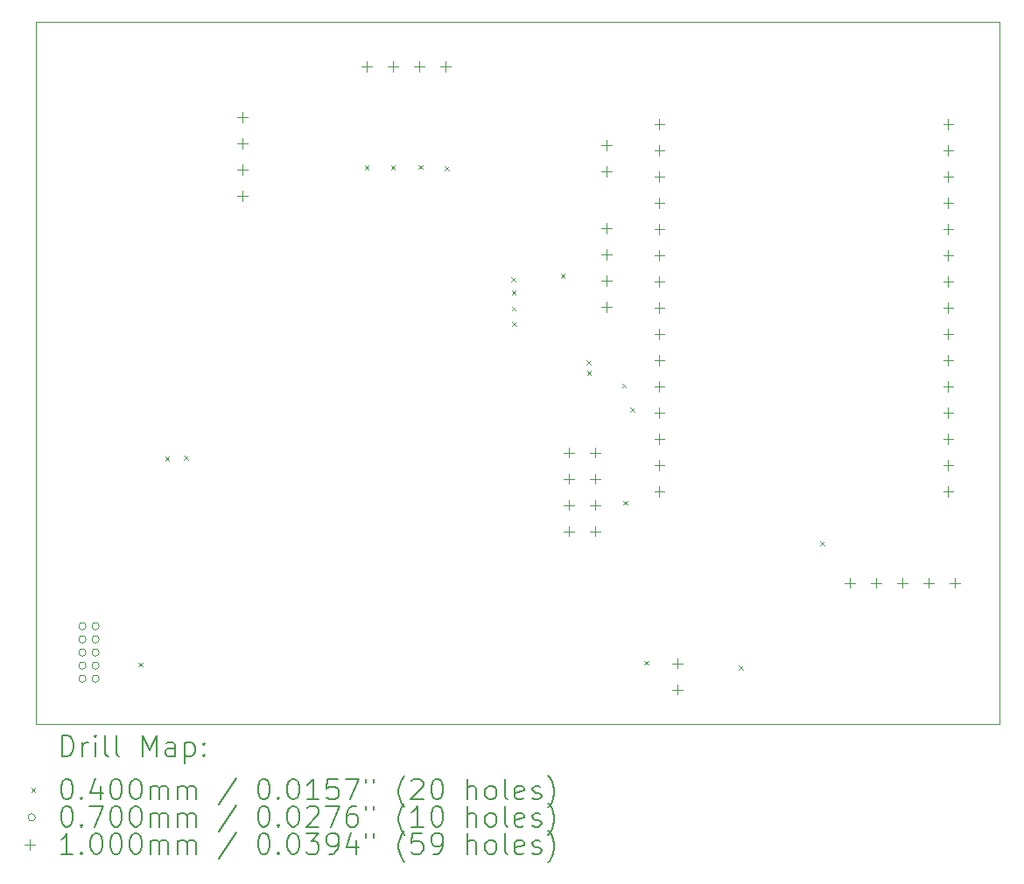
<source format=gbr>
%FSLAX45Y45*%
G04 Gerber Fmt 4.5, Leading zero omitted, Abs format (unit mm)*
G04 Created by KiCad (PCBNEW (5.99.0-10363-g902a2c9f58)) date 2021-04-20 12:18:19*
%MOMM*%
%LPD*%
G01*
G04 APERTURE LIST*
%TA.AperFunction,Profile*%
%ADD10C,0.050000*%
%TD*%
%ADD11C,0.200000*%
%ADD12C,0.040000*%
%ADD13C,0.070000*%
%ADD14C,0.100000*%
G04 APERTURE END LIST*
D10*
X25820000Y-13645000D02*
X25820000Y-6845000D01*
X25820000Y-6845000D02*
X16495000Y-6845000D01*
X16495000Y-13645000D02*
X25820000Y-13645000D01*
X16495000Y-6845000D02*
X16495000Y-13645000D01*
D11*
D12*
X17492000Y-13052000D02*
X17532000Y-13092000D01*
X17532000Y-13052000D02*
X17492000Y-13092000D01*
X17748000Y-11058000D02*
X17788000Y-11098000D01*
X17788000Y-11058000D02*
X17748000Y-11098000D01*
X17933000Y-11050000D02*
X17973000Y-11090000D01*
X17973000Y-11050000D02*
X17933000Y-11090000D01*
X19680000Y-8236000D02*
X19720000Y-8276000D01*
X19720000Y-8236000D02*
X19680000Y-8276000D01*
X19934000Y-8235000D02*
X19974000Y-8275000D01*
X19974000Y-8235000D02*
X19934000Y-8275000D01*
X20197000Y-8234000D02*
X20237000Y-8274000D01*
X20237000Y-8234000D02*
X20197000Y-8274000D01*
X20451000Y-8245000D02*
X20491000Y-8285000D01*
X20491000Y-8245000D02*
X20451000Y-8285000D01*
X21094757Y-9320131D02*
X21134757Y-9360131D01*
X21134757Y-9320131D02*
X21094757Y-9360131D01*
X21102000Y-9451000D02*
X21142000Y-9491000D01*
X21142000Y-9451000D02*
X21102000Y-9491000D01*
X21102000Y-9605000D02*
X21142000Y-9645000D01*
X21142000Y-9605000D02*
X21102000Y-9645000D01*
X21105000Y-9752000D02*
X21145000Y-9792000D01*
X21145000Y-9752000D02*
X21105000Y-9792000D01*
X21575000Y-9290000D02*
X21615000Y-9330000D01*
X21615000Y-9290000D02*
X21575000Y-9330000D01*
X21823164Y-10124836D02*
X21863164Y-10164836D01*
X21863164Y-10124836D02*
X21823164Y-10164836D01*
X21829000Y-10230000D02*
X21869000Y-10270000D01*
X21869000Y-10230000D02*
X21829000Y-10270000D01*
X22167550Y-10350000D02*
X22207550Y-10390000D01*
X22207550Y-10350000D02*
X22167550Y-10390000D01*
X22180000Y-11485000D02*
X22220000Y-11525000D01*
X22220000Y-11485000D02*
X22180000Y-11525000D01*
X22250000Y-10580000D02*
X22290000Y-10620000D01*
X22290000Y-10580000D02*
X22250000Y-10620000D01*
X22385000Y-13035000D02*
X22425000Y-13075000D01*
X22425000Y-13035000D02*
X22385000Y-13075000D01*
X23301000Y-13078000D02*
X23341000Y-13118000D01*
X23341000Y-13078000D02*
X23301000Y-13118000D01*
X24085000Y-11879000D02*
X24125000Y-11919000D01*
X24125000Y-11879000D02*
X24085000Y-11919000D01*
D13*
X16983000Y-12700000D02*
G75*
G03*
X16983000Y-12700000I-35000J0D01*
G01*
X16983000Y-12827000D02*
G75*
G03*
X16983000Y-12827000I-35000J0D01*
G01*
X16983000Y-12954000D02*
G75*
G03*
X16983000Y-12954000I-35000J0D01*
G01*
X16983000Y-13081000D02*
G75*
G03*
X16983000Y-13081000I-35000J0D01*
G01*
X16983000Y-13208000D02*
G75*
G03*
X16983000Y-13208000I-35000J0D01*
G01*
X17110000Y-12700000D02*
G75*
G03*
X17110000Y-12700000I-35000J0D01*
G01*
X17110000Y-12827000D02*
G75*
G03*
X17110000Y-12827000I-35000J0D01*
G01*
X17110000Y-12954000D02*
G75*
G03*
X17110000Y-12954000I-35000J0D01*
G01*
X17110000Y-13081000D02*
G75*
G03*
X17110000Y-13081000I-35000J0D01*
G01*
X17110000Y-13208000D02*
G75*
G03*
X17110000Y-13208000I-35000J0D01*
G01*
D14*
X18500000Y-7720000D02*
X18500000Y-7820000D01*
X18450000Y-7770000D02*
X18550000Y-7770000D01*
X18500000Y-7974000D02*
X18500000Y-8074000D01*
X18450000Y-8024000D02*
X18550000Y-8024000D01*
X18500000Y-8228000D02*
X18500000Y-8328000D01*
X18450000Y-8278000D02*
X18550000Y-8278000D01*
X18500000Y-8482000D02*
X18500000Y-8582000D01*
X18450000Y-8532000D02*
X18550000Y-8532000D01*
X19700000Y-7231000D02*
X19700000Y-7331000D01*
X19650000Y-7281000D02*
X19750000Y-7281000D01*
X19954000Y-7231000D02*
X19954000Y-7331000D01*
X19904000Y-7281000D02*
X20004000Y-7281000D01*
X20208000Y-7231000D02*
X20208000Y-7331000D01*
X20158000Y-7281000D02*
X20258000Y-7281000D01*
X20462000Y-7231000D02*
X20462000Y-7331000D01*
X20412000Y-7281000D02*
X20512000Y-7281000D01*
X21656000Y-10968000D02*
X21656000Y-11068000D01*
X21606000Y-11018000D02*
X21706000Y-11018000D01*
X21656000Y-11222000D02*
X21656000Y-11322000D01*
X21606000Y-11272000D02*
X21706000Y-11272000D01*
X21656000Y-11476000D02*
X21656000Y-11576000D01*
X21606000Y-11526000D02*
X21706000Y-11526000D01*
X21656000Y-11730000D02*
X21656000Y-11830000D01*
X21606000Y-11780000D02*
X21706000Y-11780000D01*
X21910000Y-10968000D02*
X21910000Y-11068000D01*
X21860000Y-11018000D02*
X21960000Y-11018000D01*
X21910000Y-11222000D02*
X21910000Y-11322000D01*
X21860000Y-11272000D02*
X21960000Y-11272000D01*
X21910000Y-11476000D02*
X21910000Y-11576000D01*
X21860000Y-11526000D02*
X21960000Y-11526000D01*
X21910000Y-11730000D02*
X21910000Y-11830000D01*
X21860000Y-11780000D02*
X21960000Y-11780000D01*
X22020000Y-7990000D02*
X22020000Y-8090000D01*
X21970000Y-8040000D02*
X22070000Y-8040000D01*
X22020000Y-8244000D02*
X22020000Y-8344000D01*
X21970000Y-8294000D02*
X22070000Y-8294000D01*
X22020000Y-8795000D02*
X22020000Y-8895000D01*
X21970000Y-8845000D02*
X22070000Y-8845000D01*
X22020000Y-9049000D02*
X22020000Y-9149000D01*
X21970000Y-9099000D02*
X22070000Y-9099000D01*
X22020000Y-9303000D02*
X22020000Y-9403000D01*
X21970000Y-9353000D02*
X22070000Y-9353000D01*
X22020000Y-9557000D02*
X22020000Y-9657000D01*
X21970000Y-9607000D02*
X22070000Y-9607000D01*
X22531000Y-7786000D02*
X22531000Y-7886000D01*
X22481000Y-7836000D02*
X22581000Y-7836000D01*
X22531000Y-8040000D02*
X22531000Y-8140000D01*
X22481000Y-8090000D02*
X22581000Y-8090000D01*
X22531000Y-8294000D02*
X22531000Y-8394000D01*
X22481000Y-8344000D02*
X22581000Y-8344000D01*
X22531000Y-8548000D02*
X22531000Y-8648000D01*
X22481000Y-8598000D02*
X22581000Y-8598000D01*
X22531000Y-8802000D02*
X22531000Y-8902000D01*
X22481000Y-8852000D02*
X22581000Y-8852000D01*
X22531000Y-9056000D02*
X22531000Y-9156000D01*
X22481000Y-9106000D02*
X22581000Y-9106000D01*
X22531000Y-9310000D02*
X22531000Y-9410000D01*
X22481000Y-9360000D02*
X22581000Y-9360000D01*
X22531000Y-9564000D02*
X22531000Y-9664000D01*
X22481000Y-9614000D02*
X22581000Y-9614000D01*
X22531000Y-9818000D02*
X22531000Y-9918000D01*
X22481000Y-9868000D02*
X22581000Y-9868000D01*
X22531000Y-10072000D02*
X22531000Y-10172000D01*
X22481000Y-10122000D02*
X22581000Y-10122000D01*
X22531000Y-10326000D02*
X22531000Y-10426000D01*
X22481000Y-10376000D02*
X22581000Y-10376000D01*
X22531000Y-10580000D02*
X22531000Y-10680000D01*
X22481000Y-10630000D02*
X22581000Y-10630000D01*
X22531000Y-10834000D02*
X22531000Y-10934000D01*
X22481000Y-10884000D02*
X22581000Y-10884000D01*
X22531000Y-11088000D02*
X22531000Y-11188000D01*
X22481000Y-11138000D02*
X22581000Y-11138000D01*
X22531000Y-11342000D02*
X22531000Y-11442000D01*
X22481000Y-11392000D02*
X22581000Y-11392000D01*
X22705000Y-13008500D02*
X22705000Y-13108500D01*
X22655000Y-13058500D02*
X22755000Y-13058500D01*
X22705000Y-13262500D02*
X22705000Y-13362500D01*
X22655000Y-13312500D02*
X22755000Y-13312500D01*
X24372500Y-12230000D02*
X24372500Y-12330000D01*
X24322500Y-12280000D02*
X24422500Y-12280000D01*
X24626500Y-12230000D02*
X24626500Y-12330000D01*
X24576500Y-12280000D02*
X24676500Y-12280000D01*
X24880500Y-12230000D02*
X24880500Y-12330000D01*
X24830500Y-12280000D02*
X24930500Y-12280000D01*
X25134500Y-12230000D02*
X25134500Y-12330000D01*
X25084500Y-12280000D02*
X25184500Y-12280000D01*
X25325000Y-7786000D02*
X25325000Y-7886000D01*
X25275000Y-7836000D02*
X25375000Y-7836000D01*
X25325000Y-8040000D02*
X25325000Y-8140000D01*
X25275000Y-8090000D02*
X25375000Y-8090000D01*
X25325000Y-8294000D02*
X25325000Y-8394000D01*
X25275000Y-8344000D02*
X25375000Y-8344000D01*
X25325000Y-8548000D02*
X25325000Y-8648000D01*
X25275000Y-8598000D02*
X25375000Y-8598000D01*
X25325000Y-8802000D02*
X25325000Y-8902000D01*
X25275000Y-8852000D02*
X25375000Y-8852000D01*
X25325000Y-9056000D02*
X25325000Y-9156000D01*
X25275000Y-9106000D02*
X25375000Y-9106000D01*
X25325000Y-9310000D02*
X25325000Y-9410000D01*
X25275000Y-9360000D02*
X25375000Y-9360000D01*
X25325000Y-9564000D02*
X25325000Y-9664000D01*
X25275000Y-9614000D02*
X25375000Y-9614000D01*
X25325000Y-9818000D02*
X25325000Y-9918000D01*
X25275000Y-9868000D02*
X25375000Y-9868000D01*
X25325000Y-10072000D02*
X25325000Y-10172000D01*
X25275000Y-10122000D02*
X25375000Y-10122000D01*
X25325000Y-10326000D02*
X25325000Y-10426000D01*
X25275000Y-10376000D02*
X25375000Y-10376000D01*
X25325000Y-10580000D02*
X25325000Y-10680000D01*
X25275000Y-10630000D02*
X25375000Y-10630000D01*
X25325000Y-10834000D02*
X25325000Y-10934000D01*
X25275000Y-10884000D02*
X25375000Y-10884000D01*
X25325000Y-11088000D02*
X25325000Y-11188000D01*
X25275000Y-11138000D02*
X25375000Y-11138000D01*
X25325000Y-11342000D02*
X25325000Y-11442000D01*
X25275000Y-11392000D02*
X25375000Y-11392000D01*
X25388500Y-12230000D02*
X25388500Y-12330000D01*
X25338500Y-12280000D02*
X25438500Y-12280000D01*
D11*
X16750119Y-13957976D02*
X16750119Y-13757976D01*
X16797738Y-13757976D01*
X16826310Y-13767500D01*
X16845357Y-13786548D01*
X16854881Y-13805595D01*
X16864405Y-13843690D01*
X16864405Y-13872262D01*
X16854881Y-13910357D01*
X16845357Y-13929405D01*
X16826310Y-13948452D01*
X16797738Y-13957976D01*
X16750119Y-13957976D01*
X16950119Y-13957976D02*
X16950119Y-13824643D01*
X16950119Y-13862738D02*
X16959643Y-13843690D01*
X16969167Y-13834167D01*
X16988214Y-13824643D01*
X17007262Y-13824643D01*
X17073929Y-13957976D02*
X17073929Y-13824643D01*
X17073929Y-13757976D02*
X17064405Y-13767500D01*
X17073929Y-13777024D01*
X17083452Y-13767500D01*
X17073929Y-13757976D01*
X17073929Y-13777024D01*
X17197738Y-13957976D02*
X17178690Y-13948452D01*
X17169167Y-13929405D01*
X17169167Y-13757976D01*
X17302500Y-13957976D02*
X17283452Y-13948452D01*
X17273929Y-13929405D01*
X17273929Y-13757976D01*
X17531071Y-13957976D02*
X17531071Y-13757976D01*
X17597738Y-13900833D01*
X17664405Y-13757976D01*
X17664405Y-13957976D01*
X17845357Y-13957976D02*
X17845357Y-13853214D01*
X17835833Y-13834167D01*
X17816786Y-13824643D01*
X17778690Y-13824643D01*
X17759643Y-13834167D01*
X17845357Y-13948452D02*
X17826310Y-13957976D01*
X17778690Y-13957976D01*
X17759643Y-13948452D01*
X17750119Y-13929405D01*
X17750119Y-13910357D01*
X17759643Y-13891309D01*
X17778690Y-13881786D01*
X17826310Y-13881786D01*
X17845357Y-13872262D01*
X17940595Y-13824643D02*
X17940595Y-14024643D01*
X17940595Y-13834167D02*
X17959643Y-13824643D01*
X17997738Y-13824643D01*
X18016786Y-13834167D01*
X18026310Y-13843690D01*
X18035833Y-13862738D01*
X18035833Y-13919881D01*
X18026310Y-13938928D01*
X18016786Y-13948452D01*
X17997738Y-13957976D01*
X17959643Y-13957976D01*
X17940595Y-13948452D01*
X18121548Y-13938928D02*
X18131071Y-13948452D01*
X18121548Y-13957976D01*
X18112024Y-13948452D01*
X18121548Y-13938928D01*
X18121548Y-13957976D01*
X18121548Y-13834167D02*
X18131071Y-13843690D01*
X18121548Y-13853214D01*
X18112024Y-13843690D01*
X18121548Y-13834167D01*
X18121548Y-13853214D01*
D12*
X16452500Y-14267500D02*
X16492500Y-14307500D01*
X16492500Y-14267500D02*
X16452500Y-14307500D01*
D11*
X16788214Y-14177976D02*
X16807262Y-14177976D01*
X16826310Y-14187500D01*
X16835833Y-14197024D01*
X16845357Y-14216071D01*
X16854881Y-14254167D01*
X16854881Y-14301786D01*
X16845357Y-14339881D01*
X16835833Y-14358928D01*
X16826310Y-14368452D01*
X16807262Y-14377976D01*
X16788214Y-14377976D01*
X16769167Y-14368452D01*
X16759643Y-14358928D01*
X16750119Y-14339881D01*
X16740595Y-14301786D01*
X16740595Y-14254167D01*
X16750119Y-14216071D01*
X16759643Y-14197024D01*
X16769167Y-14187500D01*
X16788214Y-14177976D01*
X16940595Y-14358928D02*
X16950119Y-14368452D01*
X16940595Y-14377976D01*
X16931071Y-14368452D01*
X16940595Y-14358928D01*
X16940595Y-14377976D01*
X17121548Y-14244643D02*
X17121548Y-14377976D01*
X17073929Y-14168452D02*
X17026310Y-14311309D01*
X17150119Y-14311309D01*
X17264405Y-14177976D02*
X17283452Y-14177976D01*
X17302500Y-14187500D01*
X17312024Y-14197024D01*
X17321548Y-14216071D01*
X17331071Y-14254167D01*
X17331071Y-14301786D01*
X17321548Y-14339881D01*
X17312024Y-14358928D01*
X17302500Y-14368452D01*
X17283452Y-14377976D01*
X17264405Y-14377976D01*
X17245357Y-14368452D01*
X17235833Y-14358928D01*
X17226310Y-14339881D01*
X17216786Y-14301786D01*
X17216786Y-14254167D01*
X17226310Y-14216071D01*
X17235833Y-14197024D01*
X17245357Y-14187500D01*
X17264405Y-14177976D01*
X17454881Y-14177976D02*
X17473929Y-14177976D01*
X17492976Y-14187500D01*
X17502500Y-14197024D01*
X17512024Y-14216071D01*
X17521548Y-14254167D01*
X17521548Y-14301786D01*
X17512024Y-14339881D01*
X17502500Y-14358928D01*
X17492976Y-14368452D01*
X17473929Y-14377976D01*
X17454881Y-14377976D01*
X17435833Y-14368452D01*
X17426310Y-14358928D01*
X17416786Y-14339881D01*
X17407262Y-14301786D01*
X17407262Y-14254167D01*
X17416786Y-14216071D01*
X17426310Y-14197024D01*
X17435833Y-14187500D01*
X17454881Y-14177976D01*
X17607262Y-14377976D02*
X17607262Y-14244643D01*
X17607262Y-14263690D02*
X17616786Y-14254167D01*
X17635833Y-14244643D01*
X17664405Y-14244643D01*
X17683452Y-14254167D01*
X17692976Y-14273214D01*
X17692976Y-14377976D01*
X17692976Y-14273214D02*
X17702500Y-14254167D01*
X17721548Y-14244643D01*
X17750119Y-14244643D01*
X17769167Y-14254167D01*
X17778690Y-14273214D01*
X17778690Y-14377976D01*
X17873929Y-14377976D02*
X17873929Y-14244643D01*
X17873929Y-14263690D02*
X17883452Y-14254167D01*
X17902500Y-14244643D01*
X17931071Y-14244643D01*
X17950119Y-14254167D01*
X17959643Y-14273214D01*
X17959643Y-14377976D01*
X17959643Y-14273214D02*
X17969167Y-14254167D01*
X17988214Y-14244643D01*
X18016786Y-14244643D01*
X18035833Y-14254167D01*
X18045357Y-14273214D01*
X18045357Y-14377976D01*
X18435833Y-14168452D02*
X18264405Y-14425595D01*
X18692976Y-14177976D02*
X18712024Y-14177976D01*
X18731071Y-14187500D01*
X18740595Y-14197024D01*
X18750119Y-14216071D01*
X18759643Y-14254167D01*
X18759643Y-14301786D01*
X18750119Y-14339881D01*
X18740595Y-14358928D01*
X18731071Y-14368452D01*
X18712024Y-14377976D01*
X18692976Y-14377976D01*
X18673929Y-14368452D01*
X18664405Y-14358928D01*
X18654881Y-14339881D01*
X18645357Y-14301786D01*
X18645357Y-14254167D01*
X18654881Y-14216071D01*
X18664405Y-14197024D01*
X18673929Y-14187500D01*
X18692976Y-14177976D01*
X18845357Y-14358928D02*
X18854881Y-14368452D01*
X18845357Y-14377976D01*
X18835833Y-14368452D01*
X18845357Y-14358928D01*
X18845357Y-14377976D01*
X18978690Y-14177976D02*
X18997738Y-14177976D01*
X19016786Y-14187500D01*
X19026310Y-14197024D01*
X19035833Y-14216071D01*
X19045357Y-14254167D01*
X19045357Y-14301786D01*
X19035833Y-14339881D01*
X19026310Y-14358928D01*
X19016786Y-14368452D01*
X18997738Y-14377976D01*
X18978690Y-14377976D01*
X18959643Y-14368452D01*
X18950119Y-14358928D01*
X18940595Y-14339881D01*
X18931071Y-14301786D01*
X18931071Y-14254167D01*
X18940595Y-14216071D01*
X18950119Y-14197024D01*
X18959643Y-14187500D01*
X18978690Y-14177976D01*
X19235833Y-14377976D02*
X19121548Y-14377976D01*
X19178690Y-14377976D02*
X19178690Y-14177976D01*
X19159643Y-14206548D01*
X19140595Y-14225595D01*
X19121548Y-14235119D01*
X19416786Y-14177976D02*
X19321548Y-14177976D01*
X19312024Y-14273214D01*
X19321548Y-14263690D01*
X19340595Y-14254167D01*
X19388214Y-14254167D01*
X19407262Y-14263690D01*
X19416786Y-14273214D01*
X19426310Y-14292262D01*
X19426310Y-14339881D01*
X19416786Y-14358928D01*
X19407262Y-14368452D01*
X19388214Y-14377976D01*
X19340595Y-14377976D01*
X19321548Y-14368452D01*
X19312024Y-14358928D01*
X19492976Y-14177976D02*
X19626310Y-14177976D01*
X19540595Y-14377976D01*
X19692976Y-14177976D02*
X19692976Y-14216071D01*
X19769167Y-14177976D02*
X19769167Y-14216071D01*
X20064405Y-14454167D02*
X20054881Y-14444643D01*
X20035833Y-14416071D01*
X20026310Y-14397024D01*
X20016786Y-14368452D01*
X20007262Y-14320833D01*
X20007262Y-14282738D01*
X20016786Y-14235119D01*
X20026310Y-14206548D01*
X20035833Y-14187500D01*
X20054881Y-14158928D01*
X20064405Y-14149405D01*
X20131071Y-14197024D02*
X20140595Y-14187500D01*
X20159643Y-14177976D01*
X20207262Y-14177976D01*
X20226310Y-14187500D01*
X20235833Y-14197024D01*
X20245357Y-14216071D01*
X20245357Y-14235119D01*
X20235833Y-14263690D01*
X20121548Y-14377976D01*
X20245357Y-14377976D01*
X20369167Y-14177976D02*
X20388214Y-14177976D01*
X20407262Y-14187500D01*
X20416786Y-14197024D01*
X20426310Y-14216071D01*
X20435833Y-14254167D01*
X20435833Y-14301786D01*
X20426310Y-14339881D01*
X20416786Y-14358928D01*
X20407262Y-14368452D01*
X20388214Y-14377976D01*
X20369167Y-14377976D01*
X20350119Y-14368452D01*
X20340595Y-14358928D01*
X20331071Y-14339881D01*
X20321548Y-14301786D01*
X20321548Y-14254167D01*
X20331071Y-14216071D01*
X20340595Y-14197024D01*
X20350119Y-14187500D01*
X20369167Y-14177976D01*
X20673929Y-14377976D02*
X20673929Y-14177976D01*
X20759643Y-14377976D02*
X20759643Y-14273214D01*
X20750119Y-14254167D01*
X20731071Y-14244643D01*
X20702500Y-14244643D01*
X20683452Y-14254167D01*
X20673929Y-14263690D01*
X20883452Y-14377976D02*
X20864405Y-14368452D01*
X20854881Y-14358928D01*
X20845357Y-14339881D01*
X20845357Y-14282738D01*
X20854881Y-14263690D01*
X20864405Y-14254167D01*
X20883452Y-14244643D01*
X20912024Y-14244643D01*
X20931071Y-14254167D01*
X20940595Y-14263690D01*
X20950119Y-14282738D01*
X20950119Y-14339881D01*
X20940595Y-14358928D01*
X20931071Y-14368452D01*
X20912024Y-14377976D01*
X20883452Y-14377976D01*
X21064405Y-14377976D02*
X21045357Y-14368452D01*
X21035833Y-14349405D01*
X21035833Y-14177976D01*
X21216786Y-14368452D02*
X21197738Y-14377976D01*
X21159643Y-14377976D01*
X21140595Y-14368452D01*
X21131071Y-14349405D01*
X21131071Y-14273214D01*
X21140595Y-14254167D01*
X21159643Y-14244643D01*
X21197738Y-14244643D01*
X21216786Y-14254167D01*
X21226310Y-14273214D01*
X21226310Y-14292262D01*
X21131071Y-14311309D01*
X21302500Y-14368452D02*
X21321548Y-14377976D01*
X21359643Y-14377976D01*
X21378690Y-14368452D01*
X21388214Y-14349405D01*
X21388214Y-14339881D01*
X21378690Y-14320833D01*
X21359643Y-14311309D01*
X21331071Y-14311309D01*
X21312024Y-14301786D01*
X21302500Y-14282738D01*
X21302500Y-14273214D01*
X21312024Y-14254167D01*
X21331071Y-14244643D01*
X21359643Y-14244643D01*
X21378690Y-14254167D01*
X21454881Y-14454167D02*
X21464405Y-14444643D01*
X21483452Y-14416071D01*
X21492976Y-14397024D01*
X21502500Y-14368452D01*
X21512024Y-14320833D01*
X21512024Y-14282738D01*
X21502500Y-14235119D01*
X21492976Y-14206548D01*
X21483452Y-14187500D01*
X21464405Y-14158928D01*
X21454881Y-14149405D01*
D13*
X16492500Y-14551500D02*
G75*
G03*
X16492500Y-14551500I-35000J0D01*
G01*
D11*
X16788214Y-14441976D02*
X16807262Y-14441976D01*
X16826310Y-14451500D01*
X16835833Y-14461024D01*
X16845357Y-14480071D01*
X16854881Y-14518167D01*
X16854881Y-14565786D01*
X16845357Y-14603881D01*
X16835833Y-14622928D01*
X16826310Y-14632452D01*
X16807262Y-14641976D01*
X16788214Y-14641976D01*
X16769167Y-14632452D01*
X16759643Y-14622928D01*
X16750119Y-14603881D01*
X16740595Y-14565786D01*
X16740595Y-14518167D01*
X16750119Y-14480071D01*
X16759643Y-14461024D01*
X16769167Y-14451500D01*
X16788214Y-14441976D01*
X16940595Y-14622928D02*
X16950119Y-14632452D01*
X16940595Y-14641976D01*
X16931071Y-14632452D01*
X16940595Y-14622928D01*
X16940595Y-14641976D01*
X17016786Y-14441976D02*
X17150119Y-14441976D01*
X17064405Y-14641976D01*
X17264405Y-14441976D02*
X17283452Y-14441976D01*
X17302500Y-14451500D01*
X17312024Y-14461024D01*
X17321548Y-14480071D01*
X17331071Y-14518167D01*
X17331071Y-14565786D01*
X17321548Y-14603881D01*
X17312024Y-14622928D01*
X17302500Y-14632452D01*
X17283452Y-14641976D01*
X17264405Y-14641976D01*
X17245357Y-14632452D01*
X17235833Y-14622928D01*
X17226310Y-14603881D01*
X17216786Y-14565786D01*
X17216786Y-14518167D01*
X17226310Y-14480071D01*
X17235833Y-14461024D01*
X17245357Y-14451500D01*
X17264405Y-14441976D01*
X17454881Y-14441976D02*
X17473929Y-14441976D01*
X17492976Y-14451500D01*
X17502500Y-14461024D01*
X17512024Y-14480071D01*
X17521548Y-14518167D01*
X17521548Y-14565786D01*
X17512024Y-14603881D01*
X17502500Y-14622928D01*
X17492976Y-14632452D01*
X17473929Y-14641976D01*
X17454881Y-14641976D01*
X17435833Y-14632452D01*
X17426310Y-14622928D01*
X17416786Y-14603881D01*
X17407262Y-14565786D01*
X17407262Y-14518167D01*
X17416786Y-14480071D01*
X17426310Y-14461024D01*
X17435833Y-14451500D01*
X17454881Y-14441976D01*
X17607262Y-14641976D02*
X17607262Y-14508643D01*
X17607262Y-14527690D02*
X17616786Y-14518167D01*
X17635833Y-14508643D01*
X17664405Y-14508643D01*
X17683452Y-14518167D01*
X17692976Y-14537214D01*
X17692976Y-14641976D01*
X17692976Y-14537214D02*
X17702500Y-14518167D01*
X17721548Y-14508643D01*
X17750119Y-14508643D01*
X17769167Y-14518167D01*
X17778690Y-14537214D01*
X17778690Y-14641976D01*
X17873929Y-14641976D02*
X17873929Y-14508643D01*
X17873929Y-14527690D02*
X17883452Y-14518167D01*
X17902500Y-14508643D01*
X17931071Y-14508643D01*
X17950119Y-14518167D01*
X17959643Y-14537214D01*
X17959643Y-14641976D01*
X17959643Y-14537214D02*
X17969167Y-14518167D01*
X17988214Y-14508643D01*
X18016786Y-14508643D01*
X18035833Y-14518167D01*
X18045357Y-14537214D01*
X18045357Y-14641976D01*
X18435833Y-14432452D02*
X18264405Y-14689595D01*
X18692976Y-14441976D02*
X18712024Y-14441976D01*
X18731071Y-14451500D01*
X18740595Y-14461024D01*
X18750119Y-14480071D01*
X18759643Y-14518167D01*
X18759643Y-14565786D01*
X18750119Y-14603881D01*
X18740595Y-14622928D01*
X18731071Y-14632452D01*
X18712024Y-14641976D01*
X18692976Y-14641976D01*
X18673929Y-14632452D01*
X18664405Y-14622928D01*
X18654881Y-14603881D01*
X18645357Y-14565786D01*
X18645357Y-14518167D01*
X18654881Y-14480071D01*
X18664405Y-14461024D01*
X18673929Y-14451500D01*
X18692976Y-14441976D01*
X18845357Y-14622928D02*
X18854881Y-14632452D01*
X18845357Y-14641976D01*
X18835833Y-14632452D01*
X18845357Y-14622928D01*
X18845357Y-14641976D01*
X18978690Y-14441976D02*
X18997738Y-14441976D01*
X19016786Y-14451500D01*
X19026310Y-14461024D01*
X19035833Y-14480071D01*
X19045357Y-14518167D01*
X19045357Y-14565786D01*
X19035833Y-14603881D01*
X19026310Y-14622928D01*
X19016786Y-14632452D01*
X18997738Y-14641976D01*
X18978690Y-14641976D01*
X18959643Y-14632452D01*
X18950119Y-14622928D01*
X18940595Y-14603881D01*
X18931071Y-14565786D01*
X18931071Y-14518167D01*
X18940595Y-14480071D01*
X18950119Y-14461024D01*
X18959643Y-14451500D01*
X18978690Y-14441976D01*
X19121548Y-14461024D02*
X19131071Y-14451500D01*
X19150119Y-14441976D01*
X19197738Y-14441976D01*
X19216786Y-14451500D01*
X19226310Y-14461024D01*
X19235833Y-14480071D01*
X19235833Y-14499119D01*
X19226310Y-14527690D01*
X19112024Y-14641976D01*
X19235833Y-14641976D01*
X19302500Y-14441976D02*
X19435833Y-14441976D01*
X19350119Y-14641976D01*
X19597738Y-14441976D02*
X19559643Y-14441976D01*
X19540595Y-14451500D01*
X19531071Y-14461024D01*
X19512024Y-14489595D01*
X19502500Y-14527690D01*
X19502500Y-14603881D01*
X19512024Y-14622928D01*
X19521548Y-14632452D01*
X19540595Y-14641976D01*
X19578690Y-14641976D01*
X19597738Y-14632452D01*
X19607262Y-14622928D01*
X19616786Y-14603881D01*
X19616786Y-14556262D01*
X19607262Y-14537214D01*
X19597738Y-14527690D01*
X19578690Y-14518167D01*
X19540595Y-14518167D01*
X19521548Y-14527690D01*
X19512024Y-14537214D01*
X19502500Y-14556262D01*
X19692976Y-14441976D02*
X19692976Y-14480071D01*
X19769167Y-14441976D02*
X19769167Y-14480071D01*
X20064405Y-14718167D02*
X20054881Y-14708643D01*
X20035833Y-14680071D01*
X20026310Y-14661024D01*
X20016786Y-14632452D01*
X20007262Y-14584833D01*
X20007262Y-14546738D01*
X20016786Y-14499119D01*
X20026310Y-14470548D01*
X20035833Y-14451500D01*
X20054881Y-14422928D01*
X20064405Y-14413405D01*
X20245357Y-14641976D02*
X20131071Y-14641976D01*
X20188214Y-14641976D02*
X20188214Y-14441976D01*
X20169167Y-14470548D01*
X20150119Y-14489595D01*
X20131071Y-14499119D01*
X20369167Y-14441976D02*
X20388214Y-14441976D01*
X20407262Y-14451500D01*
X20416786Y-14461024D01*
X20426310Y-14480071D01*
X20435833Y-14518167D01*
X20435833Y-14565786D01*
X20426310Y-14603881D01*
X20416786Y-14622928D01*
X20407262Y-14632452D01*
X20388214Y-14641976D01*
X20369167Y-14641976D01*
X20350119Y-14632452D01*
X20340595Y-14622928D01*
X20331071Y-14603881D01*
X20321548Y-14565786D01*
X20321548Y-14518167D01*
X20331071Y-14480071D01*
X20340595Y-14461024D01*
X20350119Y-14451500D01*
X20369167Y-14441976D01*
X20673929Y-14641976D02*
X20673929Y-14441976D01*
X20759643Y-14641976D02*
X20759643Y-14537214D01*
X20750119Y-14518167D01*
X20731071Y-14508643D01*
X20702500Y-14508643D01*
X20683452Y-14518167D01*
X20673929Y-14527690D01*
X20883452Y-14641976D02*
X20864405Y-14632452D01*
X20854881Y-14622928D01*
X20845357Y-14603881D01*
X20845357Y-14546738D01*
X20854881Y-14527690D01*
X20864405Y-14518167D01*
X20883452Y-14508643D01*
X20912024Y-14508643D01*
X20931071Y-14518167D01*
X20940595Y-14527690D01*
X20950119Y-14546738D01*
X20950119Y-14603881D01*
X20940595Y-14622928D01*
X20931071Y-14632452D01*
X20912024Y-14641976D01*
X20883452Y-14641976D01*
X21064405Y-14641976D02*
X21045357Y-14632452D01*
X21035833Y-14613405D01*
X21035833Y-14441976D01*
X21216786Y-14632452D02*
X21197738Y-14641976D01*
X21159643Y-14641976D01*
X21140595Y-14632452D01*
X21131071Y-14613405D01*
X21131071Y-14537214D01*
X21140595Y-14518167D01*
X21159643Y-14508643D01*
X21197738Y-14508643D01*
X21216786Y-14518167D01*
X21226310Y-14537214D01*
X21226310Y-14556262D01*
X21131071Y-14575309D01*
X21302500Y-14632452D02*
X21321548Y-14641976D01*
X21359643Y-14641976D01*
X21378690Y-14632452D01*
X21388214Y-14613405D01*
X21388214Y-14603881D01*
X21378690Y-14584833D01*
X21359643Y-14575309D01*
X21331071Y-14575309D01*
X21312024Y-14565786D01*
X21302500Y-14546738D01*
X21302500Y-14537214D01*
X21312024Y-14518167D01*
X21331071Y-14508643D01*
X21359643Y-14508643D01*
X21378690Y-14518167D01*
X21454881Y-14718167D02*
X21464405Y-14708643D01*
X21483452Y-14680071D01*
X21492976Y-14661024D01*
X21502500Y-14632452D01*
X21512024Y-14584833D01*
X21512024Y-14546738D01*
X21502500Y-14499119D01*
X21492976Y-14470548D01*
X21483452Y-14451500D01*
X21464405Y-14422928D01*
X21454881Y-14413405D01*
D14*
X16442500Y-14765500D02*
X16442500Y-14865500D01*
X16392500Y-14815500D02*
X16492500Y-14815500D01*
D11*
X16854881Y-14905976D02*
X16740595Y-14905976D01*
X16797738Y-14905976D02*
X16797738Y-14705976D01*
X16778690Y-14734548D01*
X16759643Y-14753595D01*
X16740595Y-14763119D01*
X16940595Y-14886928D02*
X16950119Y-14896452D01*
X16940595Y-14905976D01*
X16931071Y-14896452D01*
X16940595Y-14886928D01*
X16940595Y-14905976D01*
X17073929Y-14705976D02*
X17092976Y-14705976D01*
X17112024Y-14715500D01*
X17121548Y-14725024D01*
X17131071Y-14744071D01*
X17140595Y-14782167D01*
X17140595Y-14829786D01*
X17131071Y-14867881D01*
X17121548Y-14886928D01*
X17112024Y-14896452D01*
X17092976Y-14905976D01*
X17073929Y-14905976D01*
X17054881Y-14896452D01*
X17045357Y-14886928D01*
X17035833Y-14867881D01*
X17026310Y-14829786D01*
X17026310Y-14782167D01*
X17035833Y-14744071D01*
X17045357Y-14725024D01*
X17054881Y-14715500D01*
X17073929Y-14705976D01*
X17264405Y-14705976D02*
X17283452Y-14705976D01*
X17302500Y-14715500D01*
X17312024Y-14725024D01*
X17321548Y-14744071D01*
X17331071Y-14782167D01*
X17331071Y-14829786D01*
X17321548Y-14867881D01*
X17312024Y-14886928D01*
X17302500Y-14896452D01*
X17283452Y-14905976D01*
X17264405Y-14905976D01*
X17245357Y-14896452D01*
X17235833Y-14886928D01*
X17226310Y-14867881D01*
X17216786Y-14829786D01*
X17216786Y-14782167D01*
X17226310Y-14744071D01*
X17235833Y-14725024D01*
X17245357Y-14715500D01*
X17264405Y-14705976D01*
X17454881Y-14705976D02*
X17473929Y-14705976D01*
X17492976Y-14715500D01*
X17502500Y-14725024D01*
X17512024Y-14744071D01*
X17521548Y-14782167D01*
X17521548Y-14829786D01*
X17512024Y-14867881D01*
X17502500Y-14886928D01*
X17492976Y-14896452D01*
X17473929Y-14905976D01*
X17454881Y-14905976D01*
X17435833Y-14896452D01*
X17426310Y-14886928D01*
X17416786Y-14867881D01*
X17407262Y-14829786D01*
X17407262Y-14782167D01*
X17416786Y-14744071D01*
X17426310Y-14725024D01*
X17435833Y-14715500D01*
X17454881Y-14705976D01*
X17607262Y-14905976D02*
X17607262Y-14772643D01*
X17607262Y-14791690D02*
X17616786Y-14782167D01*
X17635833Y-14772643D01*
X17664405Y-14772643D01*
X17683452Y-14782167D01*
X17692976Y-14801214D01*
X17692976Y-14905976D01*
X17692976Y-14801214D02*
X17702500Y-14782167D01*
X17721548Y-14772643D01*
X17750119Y-14772643D01*
X17769167Y-14782167D01*
X17778690Y-14801214D01*
X17778690Y-14905976D01*
X17873929Y-14905976D02*
X17873929Y-14772643D01*
X17873929Y-14791690D02*
X17883452Y-14782167D01*
X17902500Y-14772643D01*
X17931071Y-14772643D01*
X17950119Y-14782167D01*
X17959643Y-14801214D01*
X17959643Y-14905976D01*
X17959643Y-14801214D02*
X17969167Y-14782167D01*
X17988214Y-14772643D01*
X18016786Y-14772643D01*
X18035833Y-14782167D01*
X18045357Y-14801214D01*
X18045357Y-14905976D01*
X18435833Y-14696452D02*
X18264405Y-14953595D01*
X18692976Y-14705976D02*
X18712024Y-14705976D01*
X18731071Y-14715500D01*
X18740595Y-14725024D01*
X18750119Y-14744071D01*
X18759643Y-14782167D01*
X18759643Y-14829786D01*
X18750119Y-14867881D01*
X18740595Y-14886928D01*
X18731071Y-14896452D01*
X18712024Y-14905976D01*
X18692976Y-14905976D01*
X18673929Y-14896452D01*
X18664405Y-14886928D01*
X18654881Y-14867881D01*
X18645357Y-14829786D01*
X18645357Y-14782167D01*
X18654881Y-14744071D01*
X18664405Y-14725024D01*
X18673929Y-14715500D01*
X18692976Y-14705976D01*
X18845357Y-14886928D02*
X18854881Y-14896452D01*
X18845357Y-14905976D01*
X18835833Y-14896452D01*
X18845357Y-14886928D01*
X18845357Y-14905976D01*
X18978690Y-14705976D02*
X18997738Y-14705976D01*
X19016786Y-14715500D01*
X19026310Y-14725024D01*
X19035833Y-14744071D01*
X19045357Y-14782167D01*
X19045357Y-14829786D01*
X19035833Y-14867881D01*
X19026310Y-14886928D01*
X19016786Y-14896452D01*
X18997738Y-14905976D01*
X18978690Y-14905976D01*
X18959643Y-14896452D01*
X18950119Y-14886928D01*
X18940595Y-14867881D01*
X18931071Y-14829786D01*
X18931071Y-14782167D01*
X18940595Y-14744071D01*
X18950119Y-14725024D01*
X18959643Y-14715500D01*
X18978690Y-14705976D01*
X19112024Y-14705976D02*
X19235833Y-14705976D01*
X19169167Y-14782167D01*
X19197738Y-14782167D01*
X19216786Y-14791690D01*
X19226310Y-14801214D01*
X19235833Y-14820262D01*
X19235833Y-14867881D01*
X19226310Y-14886928D01*
X19216786Y-14896452D01*
X19197738Y-14905976D01*
X19140595Y-14905976D01*
X19121548Y-14896452D01*
X19112024Y-14886928D01*
X19331071Y-14905976D02*
X19369167Y-14905976D01*
X19388214Y-14896452D01*
X19397738Y-14886928D01*
X19416786Y-14858357D01*
X19426310Y-14820262D01*
X19426310Y-14744071D01*
X19416786Y-14725024D01*
X19407262Y-14715500D01*
X19388214Y-14705976D01*
X19350119Y-14705976D01*
X19331071Y-14715500D01*
X19321548Y-14725024D01*
X19312024Y-14744071D01*
X19312024Y-14791690D01*
X19321548Y-14810738D01*
X19331071Y-14820262D01*
X19350119Y-14829786D01*
X19388214Y-14829786D01*
X19407262Y-14820262D01*
X19416786Y-14810738D01*
X19426310Y-14791690D01*
X19597738Y-14772643D02*
X19597738Y-14905976D01*
X19550119Y-14696452D02*
X19502500Y-14839309D01*
X19626310Y-14839309D01*
X19692976Y-14705976D02*
X19692976Y-14744071D01*
X19769167Y-14705976D02*
X19769167Y-14744071D01*
X20064405Y-14982167D02*
X20054881Y-14972643D01*
X20035833Y-14944071D01*
X20026310Y-14925024D01*
X20016786Y-14896452D01*
X20007262Y-14848833D01*
X20007262Y-14810738D01*
X20016786Y-14763119D01*
X20026310Y-14734548D01*
X20035833Y-14715500D01*
X20054881Y-14686928D01*
X20064405Y-14677405D01*
X20235833Y-14705976D02*
X20140595Y-14705976D01*
X20131071Y-14801214D01*
X20140595Y-14791690D01*
X20159643Y-14782167D01*
X20207262Y-14782167D01*
X20226310Y-14791690D01*
X20235833Y-14801214D01*
X20245357Y-14820262D01*
X20245357Y-14867881D01*
X20235833Y-14886928D01*
X20226310Y-14896452D01*
X20207262Y-14905976D01*
X20159643Y-14905976D01*
X20140595Y-14896452D01*
X20131071Y-14886928D01*
X20340595Y-14905976D02*
X20378690Y-14905976D01*
X20397738Y-14896452D01*
X20407262Y-14886928D01*
X20426310Y-14858357D01*
X20435833Y-14820262D01*
X20435833Y-14744071D01*
X20426310Y-14725024D01*
X20416786Y-14715500D01*
X20397738Y-14705976D01*
X20359643Y-14705976D01*
X20340595Y-14715500D01*
X20331071Y-14725024D01*
X20321548Y-14744071D01*
X20321548Y-14791690D01*
X20331071Y-14810738D01*
X20340595Y-14820262D01*
X20359643Y-14829786D01*
X20397738Y-14829786D01*
X20416786Y-14820262D01*
X20426310Y-14810738D01*
X20435833Y-14791690D01*
X20673929Y-14905976D02*
X20673929Y-14705976D01*
X20759643Y-14905976D02*
X20759643Y-14801214D01*
X20750119Y-14782167D01*
X20731071Y-14772643D01*
X20702500Y-14772643D01*
X20683452Y-14782167D01*
X20673929Y-14791690D01*
X20883452Y-14905976D02*
X20864405Y-14896452D01*
X20854881Y-14886928D01*
X20845357Y-14867881D01*
X20845357Y-14810738D01*
X20854881Y-14791690D01*
X20864405Y-14782167D01*
X20883452Y-14772643D01*
X20912024Y-14772643D01*
X20931071Y-14782167D01*
X20940595Y-14791690D01*
X20950119Y-14810738D01*
X20950119Y-14867881D01*
X20940595Y-14886928D01*
X20931071Y-14896452D01*
X20912024Y-14905976D01*
X20883452Y-14905976D01*
X21064405Y-14905976D02*
X21045357Y-14896452D01*
X21035833Y-14877405D01*
X21035833Y-14705976D01*
X21216786Y-14896452D02*
X21197738Y-14905976D01*
X21159643Y-14905976D01*
X21140595Y-14896452D01*
X21131071Y-14877405D01*
X21131071Y-14801214D01*
X21140595Y-14782167D01*
X21159643Y-14772643D01*
X21197738Y-14772643D01*
X21216786Y-14782167D01*
X21226310Y-14801214D01*
X21226310Y-14820262D01*
X21131071Y-14839309D01*
X21302500Y-14896452D02*
X21321548Y-14905976D01*
X21359643Y-14905976D01*
X21378690Y-14896452D01*
X21388214Y-14877405D01*
X21388214Y-14867881D01*
X21378690Y-14848833D01*
X21359643Y-14839309D01*
X21331071Y-14839309D01*
X21312024Y-14829786D01*
X21302500Y-14810738D01*
X21302500Y-14801214D01*
X21312024Y-14782167D01*
X21331071Y-14772643D01*
X21359643Y-14772643D01*
X21378690Y-14782167D01*
X21454881Y-14982167D02*
X21464405Y-14972643D01*
X21483452Y-14944071D01*
X21492976Y-14925024D01*
X21502500Y-14896452D01*
X21512024Y-14848833D01*
X21512024Y-14810738D01*
X21502500Y-14763119D01*
X21492976Y-14734548D01*
X21483452Y-14715500D01*
X21464405Y-14686928D01*
X21454881Y-14677405D01*
M02*

</source>
